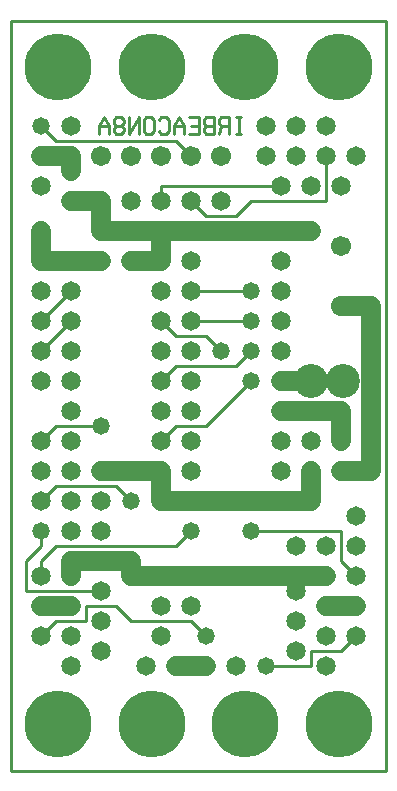
<source format=gbl>
%MOIN*%
%FSLAX25Y25*%
G04 D10 used for Character Trace; *
G04     Circle (OD=.01000) (No hole)*
G04 D11 used for Power Trace; *
G04     Circle (OD=.06700) (No hole)*
G04 D12 used for Signal Trace; *
G04     Circle (OD=.01100) (No hole)*
G04 D13 used for Via; *
G04     Circle (OD=.05800) (Round. Hole ID=.02800)*
G04 D14 used for Component hole; *
G04     Circle (OD=.06500) (Round. Hole ID=.03500)*
G04 D15 used for Component hole; *
G04     Circle (OD=.06700) (Round. Hole ID=.04300)*
G04 D16 used for Component hole; *
G04     Circle (OD=.08100) (Round. Hole ID=.05100)*
G04 D17 used for Component hole; *
G04     Circle (OD=.08900) (Round. Hole ID=.05900)*
G04 D18 used for Component hole; *
G04     Circle (OD=.11300) (Round. Hole ID=.08300)*
G04 D19 used for Component hole; *
G04     Circle (OD=.16000) (Round. Hole ID=.13000)*
G04 D20 used for Component hole; *
G04     Circle (OD=.18300) (Round. Hole ID=.15300)*
G04 D21 used for Component hole; *
G04     Circle (OD=.22291) (Round. Hole ID=.19291)*
%ADD10C,.01000*%
%ADD11C,.06700*%
%ADD12C,.01100*%
%ADD13C,.05800*%
%ADD14C,.06500*%
%ADD15C,.06700*%
%ADD16C,.08100*%
%ADD17C,.08900*%
%ADD18C,.11300*%
%ADD19C,.16000*%
%ADD20C,.18300*%
%ADD21C,.22291*%
%IPPOS*%
%LPD*%
G90*X0Y0D02*D21*X15625Y15625D03*D14*              
X20000Y35000D03*X30000Y40000D03*X20000Y45000D03*  
X10000D03*D12*X15000Y50000D01*X25000D01*Y55000D01*
X35000D01*X40000Y50000D01*X60000D01*              
X65000Y45000D01*D13*D03*D14*X75000Y35000D03*      
X55000D03*D11*X65000D01*D14*D03*X50000Y45000D03*  
D21*X46875Y15625D03*D13*X85000Y35000D03*D12*      
X100000D01*Y40000D01*X110000D01*X115000Y45000D01* 
D14*D03*X105000Y55000D03*D11*X115000D01*D14*D03*  
X105000Y65000D03*D11*X85000D01*D13*D03*D11*       
X40000D01*D13*D03*D11*Y70000D01*X20000D01*        
Y65000D01*D14*D03*D12*X5000Y70000D02*             
X10000Y75000D01*X5000Y60000D02*Y70000D01*         
Y60000D02*X30000D01*D14*D03*Y50000D03*            
X20000Y55000D03*D11*X10000D01*D14*D03*Y65000D03*  
D12*Y70000D01*X15000Y75000D01*X55000D01*          
X60000Y80000D01*D13*D03*D11*X50000Y90000D02*      
X100000D01*Y100000D01*D14*D03*X110000Y110000D03*  
D11*Y120000D01*X90000D01*D14*D03*                 
X100000Y110000D03*D18*Y130000D03*D11*X90000D01*   
D14*D03*D13*X80000Y140000D03*D12*X75000Y135000D01*
X55000D01*X50000Y130000D01*D14*D03*               
X60000Y120000D03*Y140000D03*Y130000D03*           
X50000Y140000D03*Y120000D03*D12*X55000Y115000D02* 
X65000D01*X50000Y110000D02*X55000Y115000D01*D14*  
X50000Y110000D03*X60000Y100000D03*Y110000D03*D11* 
X50000Y90000D02*Y100000D01*X30000D01*D14*D03*D12* 
X40000Y90000D02*X35000Y95000D01*D13*              
X40000Y90000D03*D12*X15000Y95000D02*X35000D01*    
X10000Y90000D02*X15000Y95000D01*D14*              
X10000Y90000D03*X20000Y80000D03*Y100000D03*       
Y90000D03*X10000Y100000D03*D13*Y80000D03*D12*     
Y75000D01*D14*X30000Y80000D03*Y90000D03*          
X20000Y110000D03*X10000D03*D12*X15000Y115000D01*  
X30000D01*D13*D03*D14*X20000Y120000D03*Y130000D03*
X10000D03*X20000Y140000D03*X10000D03*D12*         
X20000Y150000D01*D14*D03*X10000Y160000D03*        
X20000D03*D12*X10000Y150000D01*D14*D03*D13*       
X30000Y170000D03*D11*X20000D01*D14*D03*D11*       
X10000D01*Y180000D01*D14*D03*X20000Y190000D03*D11*
X30000D01*Y180000D01*D14*D03*D11*X50000D01*       
Y170000D01*D14*D03*D11*X40000D01*D13*D03*D14*     
X50000Y160000D03*D11*Y180000D02*X80000D01*D13*D03*
D11*X100000D01*D13*D03*D14*X90000Y170000D03*D15*  
X110000Y175000D03*D12*X80000Y190000D02*X105000D01*
X75000Y185000D02*X80000Y190000D01*                
X65000Y185000D02*X75000D01*X65000D02*             
X60000Y190000D01*D14*D03*D12*X50000D02*Y195000D01*
D14*Y190000D03*D12*Y195000D02*X90000D01*D14*D03*  
X95000Y205000D03*X100000Y195000D03*               
X85000Y205000D03*D12*X105000Y190000D02*Y205000D01*
D14*D03*X95000Y215000D03*X115000Y205000D03*       
X105000Y215000D03*X110000Y195000D03*              
X85000Y215000D03*D21*X109375Y234375D03*X78125D03* 
D15*X70000Y205000D03*D14*Y190000D03*              
X60000Y160000D03*D12*X80000D01*D13*D03*D14*       
X90000Y150000D03*Y160000D03*D13*X80000Y150000D03* 
D12*X60000D01*D14*D03*D12*X70000Y140000D02*       
X65000Y145000D01*D13*X70000Y140000D03*D12*        
X55000Y145000D02*X65000D01*X55000D02*             
X50000Y150000D01*D14*D03*X60000Y170000D03*D13*    
X80000Y130000D03*D12*X65000Y115000D01*D14*        
X90000Y140000D03*Y100000D03*Y110000D03*D13*       
X80000Y80000D03*D12*X110000D01*Y70000D01*         
X115000Y65000D01*D14*D03*X105000Y75000D03*        
X115000D03*X95000D03*X105000Y45000D03*            
X115000Y85000D03*X95000Y60000D03*Y50000D03*       
Y40000D03*X105000Y35000D03*D11*X110000Y100000D02* 
X120000D01*D14*X110000D03*D11*X120000D02*         
Y155000D01*X110000D01*D15*D03*D18*                
X110500Y130000D03*D15*X60000Y205000D03*D12*       
X55000Y210000D01*X15000D01*X10000Y215000D01*D13*  
D03*D11*X20000Y200000D02*Y205000D01*D14*          
Y200000D03*D11*X10000Y205000D02*X20000D01*D14*    
X10000D03*X20000Y215000D03*X10000Y195000D03*D15*  
X30000Y205000D03*D10*X75837Y212129D02*Y217871D01* 
X76674Y212129D02*X75000D01*X76674Y217871D02*      
X75000D01*X72511Y212129D02*Y217871D01*X70000D01*  
X69163Y216914D01*Y215957D01*X70000Y215000D01*     
X72511D01*X70000D02*X69163Y212129D01*X67511D02*   
Y217871D01*X65000D01*X64163Y216914D01*Y215957D01* 
X65000Y215000D01*X64163Y214043D01*Y213086D01*     
X65000Y212129D01*X67511D01*Y215000D02*X65000D01*  
X59163Y212129D02*X62511D01*Y217871D01*X59163D01*  
X62511Y215000D02*X60000D01*X57511Y212129D02*      
Y215000D01*X55837Y217871D01*X54163Y215000D01*     
Y212129D01*X57511Y215000D02*X54163D01*            
X49163Y213086D02*X50000Y212129D01*X51674D01*      
X52511Y213086D01*Y216914D01*X51674Y217871D01*     
X50000D01*X49163Y216914D01*X44163Y213086D02*      
X45000Y212129D01*X46674D01*X47511Y213086D01*      
Y216914D01*X46674Y217871D01*X45000D01*            
X44163Y216914D01*Y213086D01*X42511Y212129D02*     
Y217871D01*X39163Y212129D01*Y217871D01*           
X36674Y215000D02*X37511Y215957D01*Y216914D01*     
X36674Y217871D01*X35000D01*X34163Y216914D01*      
Y215957D01*X35000Y215000D01*X36674D01*            
X37511Y214043D01*Y213086D01*X36674Y212129D01*     
X35000D01*X34163Y213086D01*Y214043D01*            
X35000Y215000D01*X32511Y212129D02*Y215000D01*     
X30837Y217871D01*X29163Y215000D01*Y212129D01*     
X32511Y215000D02*X29163D01*D14*X40000Y190000D03*  
D21*X15625Y234375D03*D15*X40000Y205000D03*D21*    
X46875Y234375D03*D15*X50000Y205000D03*D12*X0Y0D02*
Y250000D01*Y0D02*X125000D01*Y250000D01*X0D01*D14* 
X50000Y55000D03*X60000D03*X45000Y35000D03*D21*    
X78125Y15625D03*X109375D03*M02*                   

</source>
